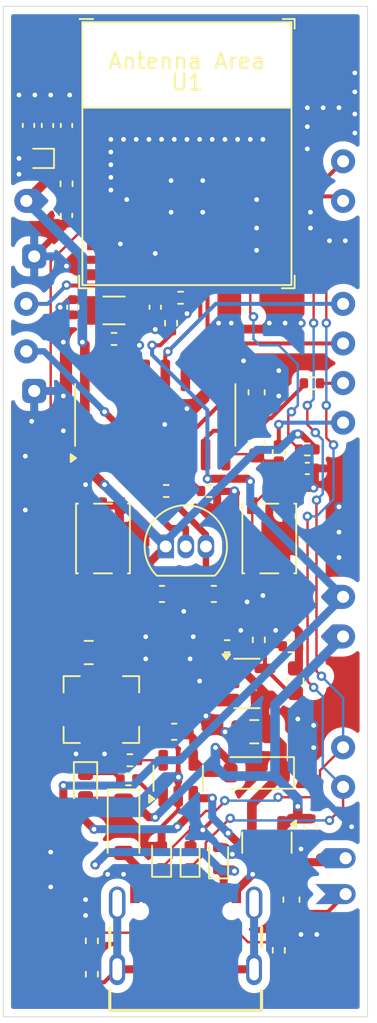
<source format=kicad_pcb>
(kicad_pcb (version 20241229) (generator "pcbnew") (generator_version "9.0")
  (layers (0 "F.Cu" signal) (2 "B.Cu" signal) (13 "F.Paste" user) (15 "B.Paste" user) (5 "F.SilkS" user "F.Silkscreen") (7 "B.SilkS" user "B.Silkscreen") (1 "F.Mask" user) (3 "B.Mask" user) (25 "Edge.Cuts" user))
  (net 0 "")
  (net 1 "GND")
  (net 2 "+3V3")
  (net 3 "CHIP_PU")
  (net 4 "VBUS")
  (net 5 "+BATT")
  (net 6 "IO0")
  (net 7 "IO1")
  (net 8 "E+")
  (net 9 "Net-(U3-VBG)")
  (net 10 "A-")
  (net 11 "Net-(U3-INA+)")
  (net 12 "IO9_BOOT")
  (net 13 "+5V")
  (net 14 "Net-(U6-FB)")
  (net 15 "Net-(D1-K)")
  (net 16 "USB_D-")
  (net 17 "Net-(D8-A)")
  (net 18 "USB_D+")
  (net 20 "Net-(J2-SHELL_GND-PadS1)")
  (net 22 "Net-(J2-CC1)")
  (net 23 "Net-(J2-CC2)")
  (net 24 "/Buck_Coil")
  (net 25 "Net-(Q1-B)")
  (net 26 "Net-(U2-PROG)")
  (net 27 "Net-(U2-STAT)")
  (net 28 "Net-(U3-VFB)")
  (net 29 "A+")
  (net 30 "IO1_ADC")
  (net 31 "ENABLE")
  (net 43 "IO20_RX")
  (net 48 "IO4_DATA")
  (net 51 "IO5_SCK")
  (net 53 "IO21_TX")
  (net 56 "unconnected-(U3-XO-Pad13)")
  (net 58 "Net-(U3-INA-)")
  (footprint "Resistor_SMD:R_0402_1005Metric" (layer "F.Cu") (at 148.69 70.2)
    (property "Reference" "R8" (hide yes))
    (property "Value" "100R 1%" (hide yes))
  )
  (footprint "Diode_SMD:D_SOD-523" (layer "F.Cu") (at 141 100.1 90)
    (property "Reference" "D10" (hide yes))
    (property "Value" "LESD5D5.0CT1G" (hide yes))
  )
  (footprint "Capacitor_SMD:C_0805_2012Metric" (layer "F.Cu") (at 134.6 87.2)
    (property "Reference" "C17" (hide yes))
    (property "Value" "10uF 16V" (hide yes))
  )
  (footprint "LED_SMD:LED_0603_1608Metric" (layer "F.Cu") (at 134.4 95.6 -90)
    (property "Reference" "D1" (hide yes))
    (property "Value" "LED" (hide yes))
  )
  (footprint "Capacitor_SMD:C_0402_1005Metric" (layer "F.Cu") (at 133.6 65.4 90)
    (property "Reference" "C7" (hide yes))
    (property "Value" "DNP" (hide yes))
  )
  (footprint "Diode_SMD:D_SOD-523" (layer "F.Cu") (at 142.8 100.2 90)
    (property "Reference" "D9" (hide yes))
    (property "Value" "LESD5D5.0CT1G" (hide yes))
  )
  (footprint "Package_TO_SOT_SMD:SOT-23-5" (layer "F.Cu") (at 144.5875 89.15)
    (property "Reference" "U6" (hide yes))
    (property "Value" "SY8088" (hide yes))
  )
  (footprint "Diode_SMD:D_SOD-523" (layer "F.Cu") (at 139.2 100.1 90)
    (property "Reference" "D7" (hide yes))
    (property "Value" "LESD5D5.0CT1G" (hide yes))
  )
  (footprint "Capacitor_SMD:C_0603_1608Metric" (layer "F.Cu") (at 147.65 88.975 -90)
    (property "Reference" "C16" (hide yes))
    (property "Value" "22pF 50V" (hide yes))
  )
  (footprint "Capacitor_SMD:C_0603_1608Metric" (layer "F.Cu") (at 142.5 83.5)
    (property "Reference" "C10" (hide yes))
    (property "Value" "10uF" (hide yes))
  )
  (footprint "Resistor_SMD:R_0402_1005Metric" (layer "F.Cu") (at 142.2 77)
    (property "Reference" "R6" (hide yes))
    (property "Value" "8k2R 1%" (hide yes))
  )
  (footprint "Capacitor_SMD:C_0603_1608Metric" (layer "F.Cu") (at 145.2 70.775 -90)
    (property "Reference" "C11" (hide yes))
    (property "Value" "0.1uF" (hide yes))
  )
  (footprint "Resistor_SMD:R_0402_1005Metric" (layer "F.Cu") (at 134.8 105.4 -90)
    (property "Reference" "R19" (hide yes))
    (property "Value" "5k1R 1%" (hide yes))
  )
  (footprint "Capacitor_SMD:C_0603_1608Metric" (layer "F.Cu") (at 145.2 73.975 90)
    (property "Reference" "C12" (hide yes))
    (property "Value" "0.1uF" (hide yes))
  )
  (footprint "Capacitor_SMD:C_0402_1005Metric" (layer "F.Cu") (at 133.2 59.6 -90)
    (property "Reference" "C3" (hide yes))
    (property "Value" "1uF 16V" (hide yes))
  )
  (footprint "Resistor_SMD:R_0402_1005Metric" (layer "F.Cu") (at 140.4 64.8)
    (property "Reference" "R11" (hide yes))
    (property "Value" "10kR 1%" (hide yes))
  )
  (footprint "Package_TO_SOT_SMD:SOT-23" (layer "F.Cu") (at 145.85 99.2 -90)
    (property "Reference" "Q2" (hide yes))
    (property "Value" "DMG3415U" (hide yes))
  )
  (footprint "Button_Switch_SMD:SW_SPST_PTS810" (layer "F.Cu") (at 146 80 90)
    (property "Reference" "SW2" (hide yes))
    (property "Value" "SW_Push" (hide yes))
  )
  (footprint "Capacitor_SMD:C_0402_1005Metric" (layer "F.Cu") (at 133.2 53.92 90)
    (property "Reference" "C1" (hide yes))
    (property "Value" "1uF 16V" (hide yes))
  )
  (footprint "Capacitor_SMD:C_0402_1005Metric" (layer "F.Cu") (at 130.8 53.92 90)
    (property "Reference" "C4" (hide yes))
    (property "Value" "10nF 10V" (hide yes))
  )
  (footprint "Resistor_SMD:R_0402_1005Metric" (layer "F.Cu") (at 147.36 86.8 180)
    (property "Reference" "R15" (hide yes))
    (property "Value" "100kR 1%" (hide yes))
  )
  (footprint "Diode_SMD:D_SOD-123" (layer "F.Cu") (at 145.2 94.8 180)
    (property "Reference" "D2" (hide yes))
    (property "Value" "B5819W" (hide yes))
  )
  (footprint "Package_TO_SOT_SMD:SOT-23-5" (layer "F.Cu") (at 140.25 95.1375 90)
    (property "Reference" "U2" (hide yes))
    (property "Value" "MCP73831T-2ACI/OT" (hide yes))
  )
  (footprint "Resistor_SMD:R_0402_1005Metric" (layer "F.Cu") (at 148.6 98.2 -90)
    (property "Reference" "R9" (hide yes))
    (property "Value" "100kR 1%" (hide yes))
  )
  (footprint "Resistor_SMD:R_0402_1005Metric" (layer "F.Cu") (at 148.4 74.375 180)
    (property "Reference" "R10" (hide yes))
    (property "Value" "10kR 1%" (hide yes))
  )
  (footprint "Resistor_SMD:R_0402_1005Metric" (layer "F.Cu") (at 146.6 106 -90)
    (property "Reference" "R18" (hide yes))
    (property "Value" "5k1R 1%" (hide yes))
  )
  (footprint "Resistor_SMD:R_0402_1005Metric" (layer "F.Cu") (at 134.8 107.51 90)
    (property "Reference" "R17" (hide yes))
    (property "Value" "0R 1%" (hide yes))
  )
  (footprint "PCM_Espressif:ESP32-C3-MINI-1" (layer "F.Cu") (at 140.8 55.7)
    (property "Reference" "U1")
    (property "Value" "ESP32-C3-MINI-1" (hide yes))
  )
  (footprint "Resistor_SMD:R_0402_1005Metric" (layer "F.Cu") (at 137.11 95.2 180)
    (property "Reference" "R3" (hide yes))
    (property "Value" "1kR 1%" (hide yes))
  )
  (footprint "Inductor_SMD:L_Bourns-SRN4018" (layer "F.Cu") (at 135.4 90.8 180)
    (property "Reference" "L1" (hide yes))
    (property "Value" "SPH4018H2R2MT (2.2uH 2.2A)" (hide yes))
  )
  (footprint "Capacitor_SMD:C_0402_1005Metric" (layer "F.Cu") (at 132 53.92 90)
    (property "Reference" "C2" (hide yes))
    (property "Value" "100nF 10V" (hide yes))
  )
  (footprint "Resistor_SMD:R_0402_1005Metric" (layer "F.Cu") (at 145.34 86.4 90)
    (property "Reference" "R16" (hide yes))
    (property "Value" "22k1R 1%" (hide yes))
  )
  (footprint "Package_TO_SOT_THT:TO-92_Inline" (layer "F.Cu") (at 139.46 80.5)
    (property "Reference" "Q1" (hide yes))
    (property "Value" "S8550" (hide yes))
  )
  (footprint "Resistor_SMD:R_0402_1005Metric" (layer "F.Cu") (at 139.8 66.4 90)
    (property "Reference" "R12" (hide yes))
    (property "Value" "33kR 1%" (hide yes))
  )
  (footprint "Capacitor_SMD:C_0402_1005Metric" (layer "F.Cu") (at 138.8 65.4 -90)
    (property "Reference" "C8" (hide yes))
    (property "Value" "DNP" (hide yes))
  )
  (footprint "Resistor_SMD:R_0402_1005Metric" (layer "F.Cu") (at 133.2 57.6 -90)
    (property "Reference" "R1" (hide yes))
    (property "Value" "10kR 1%" (hide yes))
  )
  (footprint "Resistor_SMD:R_0402_1005Metric" (layer "F.Cu") (at 143.34 86.8 180)
    (property "Reference" "R14" (hide yes))
    (property "Value" "10kR 1%" (hide yes))
  )
  (footprint "Crystal:Crystal_SMD_3215-2Pin_3.2x1.5mm" (layer "F.Cu") (at 136.2 65.6 180)
    (property "Reference" "Y1" (hide yes))
    (property "Value" "32.768Hz" (hide yes))
  )
  (footprint "Resistor_SMD:R_0402_1005Metric" (layer "F.Cu") (at 146.6 74.575 90)
    (property "Reference" "R7" (hide yes))
    (property "Value" "100R 1%" (hide yes))
  )
  (footprint "Capacitor_SMD:C_0603_1608Metric" (layer "F.Cu") (at 139.225 83.5)
    (property "Reference" "C9" (hide yes))
    (property "Value" "10uF" (hide yes))
  )
  (footprint "Capacitor_SMD:C_0603_1608Metric" (layer "F.Cu") (at 140 92.2)
    (property "Reference" "C5" (hide yes))
    (property "Value" "4.7uF 16V" (hide yes))
  )
  (footprint "Capacitor_SMD:C_0805_2012Metric" (layer "F.Cu") (at 145.05 92.2 180)
    (property "Reference" "C15" (hide yes))
    (property "Value" "10uF 16V" (hide yes))
  )
  (footprint "Capacitor_SMD:C_0603_1608Metric" (layer "F.Cu") (at 147.4 102.8 -90)
    (property "Reference" "C6" (hide yes))
    (property "Value" "4.7uF 16V" (hide yes))
  )
  (footprint "Diode_SMD:D_SOD-123" (layer "F.Cu") (at 136.8 98.2 -90)
    (property "Reference" "D8" (hide yes))
    (property "Value" "B5819W" (hide yes))
  )
  (footprint "Button_Switch_SMD:SW_SPST_PTS810" (layer "F.Cu") (at 135.5 80 90)
    (property "Reference" "SW1" (hide yes))
    (property "Value" "SW_Push" (hide yes))
  )
  (footprint "Capacitor_SMD:C_0402_1005Metric" (layer "F.Cu") (at 148.4 75.575 180)
    (property "Reference" "C14" (hide yes))
    (property "Value" "1nF 10V" (hide yes))
  )
  (footprint "Resistor_SMD:R_0402_1005Metric" (layer "F.Cu") (at 137.2 94)
    (property "Reference" "R2" (hide yes))
    (property "Value" "10kR 1%" (hide yes))
  )
  (footprint "Rust_Board:Rust_Board" (layer "F.Cu") (at 140.66 77.685)
    (property "Reference" "U4" (hide yes))
    (property "Value" "Rust_Board" (hide yes))
  )
  (footprint "Diode_SMD:D_SOD-882" (layer "F.Cu") (at 131.6 56 180)
    (property "Reference" "D3" (hide yes))
    (property "Value" "LESD8D3.3CAT5G" (hide yes))
  )
  (footprint "Resistor_SMD:R_0402_1005Metric" (layer "F.Cu") (at 139.49 77)
    (property "Reference" "R5" (hide yes))
    (property "Value" "12kR 1%" (hide yes))
  )
  (footprint "Package_SO:SOP-16_3.9x9.9mm_P1.27mm" (layer "F.Cu") (at 138.8 72.2 90)
    (property "Reference" "U3" (hide yes))
    (property "Value" "HX711" (hide yes))
  )
  (footprint "Resistor_SMD:R_0402_1005Metric" (layer "F.Cu") (at 136.2 67.4)
    (property "Reference" "R4" (hide yes))
    (property "Value" "DNP" (hide yes))
  )
  (footprint "Rust_Board:GCT_USB4105-GF-A" (layer "F.Cu") (at 140.72 107.2)
    (property "Reference" "J2" (hide yes))
    (property "Value" "USB4105-GF-A" (hide yes))
  )
  (gr_line (start 129.2 46.4) (end 129.2 110.2) (stroke (width 0.05)) (layer "Edge.Cuts"))
  (gr_line (start 152.2 46.4) (end 129.2 46.4) (stroke (width 0.05)) (layer "Edge.Cuts"))
  (gr_line (start 129.2 110.2) (end 152.2 110.2) (stroke (width 0.05)) (layer "Edge.Cuts"))
  (gr_line (start 152.2 110.2) (end 152.2 46.4) (stroke (width 0.05)) (layer "Edge.Cuts"))
  (segment (start 139.2 98.2) (end 139.8 97.6) (width 0.254) (layer "F.Cu") (net 1))
  (segment (start 137.6 62.592) (end 137.408 62.4) (width 0.508) (layer "F.Cu") (net 1))
  (segment (start 143.233682 99.5) (end 143.666841 99.933159) (width 0.508) (layer "F.Cu") (net 1))
  (segment (start 143.954 66.754) (end 145.645904 66.754) (width 0.508) (layer "F.Cu") (net 1))
  (segment (start 133.28 64.92) (end 132.8 65.4) (width 0.254) (layer "F.Cu") (net 1))
  (segment (start 133.6 64.92) (end 133.28 64.92) (width 0.254) (layer "F.Cu") (net 1))
  (segment (start 149.695 103.575) (end 147.4 103.575) (width 0.254) (layer "F.Cu") (net 1))
  (segment (start 139.4 72.8) (end 136.895 70.295) (width 0.4064) (layer "F.Cu") (net 1))
  (segment (start 138.8 66.778342) (end 138.789171 66.789171) (width 0.508) (layer "F.Cu") (net 1))
  (segment (start 133.2 60.08) (end 133.2 60.145) (width 0.4064) (layer "F.Cu") (net 1))
  (segment (start 148.88 76.72) (end 148.8 76.8) (width 0.4064) (layer "F.Cu") (net 1))
  (segment (start 140 83.5) (end 140 84) (width 0.6096) (layer "F.Cu") (net 1))
  (segment (start 131.25 56) (end 130.2 56) (width 0.4064) (layer "F.Cu") (net 1))
  (segment (start 143.211318 92.2) (end 143.205659 92.205659) (width 0.254) (layer "F.Cu") (net 1))
  (segment (start 131.16 70.685) (end 131.16 72.44) (width 0.4064) (layer "F.Cu") (net 1))
  (segment (start 136.69 94) (end 136 94) (width 0.4064) (layer "F.Cu") (net 1))
  (segment (start 133.2 53.44) (end 133.214318 53.44) (width 0.254) (layer "F.Cu") (net 1))
  (segment (start 136.895 69.7) (end 136.895 68.705) (width 0.4064) (layer "F.Cu") (net 1))
  (segment (start 140.25 96.275) (end 140.25 95.083682) (width 0.254) (layer "F.Cu") (net 1))
  (segment (start 138.8 65.88) (end 138.8 66.778342) (width 0.508) (layer "F.Cu") (net 1))
  (segment (start 145.6 53.5) (end 145.6 54.8) (width 0.508) (layer "F.Cu") (net 1))
  (segment (start 139.8 97.6) (end 140.25 97.15) (width 0.254) (layer "F.Cu") (net 1))
  (segment (start 143.92 102.445) (end 143.92 102.230485) (width 0.508) (layer "F.Cu") (net 1))
  (segment (start 141.975 69.7) (end 143.245 69.7) (width 0.4064) (layer "F.Cu") (net 1))
  (segment (start 131.16 72.44) (end 131 72.6) (width 0.4064) (layer "F.Cu") (net 1))
  (segment (start 140.25 97.15) (end 140.25 96.275) (width 0.254) (layer "F.Cu") (net 1))
  (segment (start 143.205659 92.205659) (end 143.005659 92.205659) (width 0.254) (layer "F.Cu") (net 1))
  (segment (start 148.6 99) (end 148 99.6) (width 0.4064) (layer "F.Cu") (net 1))
  (segment (start 133.6 62.4) (end 133.2 62.8) (width 0.508) (layer "F.Cu") (net 1))
  (segment (start 137.408 62.4) (end 134.9 62.4) (width 0.508) (layer "F.Cu") (net 1))
  (segment (start 140 84) (end 140.6 84.6) (width 0.6096) (layer "F.Cu") (net 1))
  (segment (start 137.52 101.92) (end 136.8 101.2) (width 0.254) (layer "F.Cu") (net 1))
  (segment (start 142.71 77) (end 143.8 77) (width 0.4064) (layer "F.Cu") (net 1))
  (segment (start 144.1 92.2) (end 143.211318 92.2) (width 0.254) (layer "F.Cu") (net 1))
  (segment (start 137.6 63.3) (end 137.6 62.592) (width 0.508) (layer "F.Cu") (net 1))
  (segment (start 145.999906 66.4) (end 145.999905 66.399999) (width 0.508) (layer "F.Cu") (net 1))
  (segment (start 142.8 99.5) (end 143.233682 99.5) (width 0.508) (layer "F.Cu") (net 1))
  (segment (start 140.8 65.8) (end 140.8 64.91) (width 0.6096) (layer "F.Cu") (net 1))
  (segment (start 141.75 89.15) (end 141.6 89) (width 0.254) (layer "F.Cu") (net 1))
  (segment (start 134.9 62.4) (end 133.6 62.4) (width 0.508) (layer "F.Cu") (net 1))
  (segment (start 143.245 69.7) (end 144.9 69.7) (width 0.508) (layer "F.Cu") (net 1))
  (segment (start 136.895 68.705) (end 137.8 67.8) (width 0.4064) (layer "F.Cu") (net 1))
  (segment (start 141.975 70.625) (end 140.8 71.8) (width 0.4064) (layer "F.Cu") (net 1))
  (segment (start 137.52 102.445) (end 137.52 101.92) (width 0.254) (layer "F.Cu") (net 1))
  (segment (start 143.6 66.4) (end 143.954 66.754) (width 0.508) (layer "F.Cu") (net 1))
  (segment (start 134.174318 54.4) (end 134.9 54.4) (width 0.254) (layer "F.Cu") (net 1))
  (segment (start 139.505 74.9) (end 139.505 73.900001) (width 0.1524) (layer "F.Cu") (net 1))
  (segment (start 133.214318 53.44) (end 134.174318 54.4) (width 0.254) (layer "F.Cu") (net 1))
  (segment (start 145.645904 66.754) (end 145.999905 66.399999) (width 0.508) (layer "F.Cu") (net 1))
  (segment (start 134.9 54.4) (end 134.9 55.2) (width 0.254) (layer "F.Cu") (net 1))
  (segment (start 143.005659 92.205659) (end 142 91.2) (width 0.254) (layer "F.Cu") (net 1))
  (segment (start 136 94) (end 135.6 93.6) (width 0.4064) (layer "F.Cu") (net 1))
  (segment (start 139.435 74.7) (end 139.435 72.835) (width 0.4064) (layer "F.Cu") (net 1))
  (segment (start 141 99.4) (end 141 99.2) (width 0.254) (layer "F.Cu") (net 1))
  (segment (start 136.895 70.295) (end 136.895 69.7) (width 0.4064) (layer "F.Cu") (net 1))
  (segment (start 141.975 69.7) (end 141.975 70.625) (width 0.4064) (layer "F.Cu") (net 1))
  (segment (start 140.266841 93.241841) (end 140.266841 95.066841) (width 0.254) (layer "F.Cu") (net 1))
  (segment (start 150.82 102.45) (end 149.695 103.575) (width 0.254) (layer "F.Cu") (net 1))
  (segment (start 143.45 89.15) (end 141.75 89.15) (width 0.254) (layer "F.Cu") (net 1))
  (segment (start 148.88 75.575) (end 148.88 76.72) (width 0.4064) (layer "F.Cu") (net 1))
  (segment (start 143.6 66.4) (end 142.8 66.4) (width 0.508) (layer "F.Cu") (net 1))
  (segment (start 147.075 77.925) (end 148.2 76.8) (width 0.508) (layer "F.Cu") (net 1))
  (segment (start 133.2 60.145) (end 131.16 62.185) (width 0.4064) (layer "F.Cu") (net 1))
  (segment (start 139.435 72.835) (end 139.4 72.8) (width 0.4064) (layer "F.Cu") (net 1))
  (segment (start 148.6 98.71) (end 148.6 99) (width 0.4064) (layer "F.Cu") (net 1))
  (segment (start 141 99.2) (end 141.8 98.4) (width 0.254) (layer "F.Cu") (net 1))
  (segment (start 139.2 99.4) (end 139.2 98.2) (width 0.254) (layer "F.Cu") (net 1))
  (segment (start 148.2 76.8) (end 148.8 76.8) (width 0.508) (layer "F.Cu") (net 1))
  (segment (start 140.25 95.083682) (end 140.266841 95.066841) (width 0.254) (layer "F.Cu") (net 1))
  (segment (start 145 101.2) (end 144.950485 101.2) (width 0.508) (layer "F.Cu") (net 1))
  (segment (start 148 66.4) (end 145.999906 66.4) (width 0.508) (layer "F.Cu") (net 1))
  (segment (start 144.9 69.7) (end 145.2 70) (width 0.508) (layer "F.Cu") (net 1))
  (segment (start 140.8 64.91) (end 140.91 64.8) (width 0.6096) (layer "F.Cu") (net 1))
  (segment (start 143.92 102.230485) (end 144.950485 101.2) (width 0.508) (layer "F.Cu") (net 1))
  (segment (start 139.225 92.2) (end 140.266841 93.241841) (width 0.254) (layer "F.Cu") (net 1))
  (via (at 151.4 53.2) (size 0.6) (drill 0.3) (layers "F.Cu" "B.Cu") (net 1))
  (via (at 137.6 54.8) (size 0.6) (drill 0.3) (layers "F.Cu" "B.Cu") (net 1))
  (via (at 149 105) (size 0.6) (drill 0.3) (layers "F.Cu" "B.Cu") (net 1))
  (via (at 130.6 74.8) (size 0.6) (drill 0.3) (layers "F.Cu" "B.Cu") (net 1))
  (via (at 148.4 55.4) (size 0.6) (drill 0.3) (layers "F.Cu" "B.Cu") (net 1))
  (via (at 132.2 99.8) (size 0.6) (drill 0.3) (layers "F.Cu" "B.Cu") (net 1))
  (via (at 148.8 93.2) (size 0.6) (drill 0.3) (layers "F.Cu" "B.Cu") (net 1))
  (via (at 151.4 50.6) (size 0.6) (drill 0.3) (layers "F.Cu" "B.Cu") (net 1))
  (via (at 146.4 85.8) (size 0.6) (drill 0.3) (layers "F.Cu" "B.Cu") (net 1))
  (via (at 143.2 54.8) (size 0.6) (drill 0.3) (layers "F.Cu" "B.Cu") (net 1))
  (via (at 143.8 77) (size 0.6) (drill 0.3) (layers "F.Cu" "B.Cu") (net 1))
  (via (at 147.8 91.4) (size 0.6) (drill 0.3) (layers "F.Cu" "B.Cu") (net 1))
  (via (at 141.8 98.4) (size 0.6) (drill 0.3) (layers "F.Cu" "B.Cu") (net 1))
  (via (at 139.8 59.4) (size 0.6) (drill 0.3) (layers "F.Cu" "B.Cu") (net 1))
  (via (at 140 54.8) (size 0.6) (drill 0.3) (layers "F.Cu" "B.Cu") (net 1))
  (via (at 150.4 52.8) (size 0.6) (drill 0.3) (layers "F.Cu" "B.Cu") (net 1))
  (via (at 130.6 78.2) (size 0.6) (drill 0.3) (layers "F.Cu" "B.Cu") (net 1))
  (via (at 148.8 91.8) (size 0.6) (drill 0.3) (layers "F.Cu" "B.Cu") (net 1))
  (via (at 138.8 62) (size 0.6) (drill 0.3) (layers "F.Cu" "B.Cu") (net 1))
  (via (at 132.2 52) (size 0.6) (drill 0.3) (layers "F.Cu" "B.Cu") (net 1))
  (via (at 145.999905 66.399999) (size 0.6) (drill 0.3) (layers "F.Cu" "B.Cu") (net 1))
  (via (at 141.8 57.4) (size 0.6) (drill 0.3) (layers "F.Cu" "B.Cu") (net 1))
  (via (at 148 105) (size 0.6) (drill 0.3) (layers "F.Cu" "B.Cu") (net 1))
  (via (at 140.266841 95.066841) (size 0.6) (drill 0.3) (layers "F.Cu" "B.Cu") (net 1))
  (via (at 151.4 54.4) (size 0.6) (drill 0.3) (layers "F.Cu" "B.Cu") (net 1))
  (via (at 145.2 60.4) (size 0.6) (drill 0.3) (layers "F.Cu" "B.Cu") (net 1))
  (via (at 137.8 67.8) (size 0.6) (drill 0.3) (layers "F.Cu" "B.Cu") (net 1))
  (via (at 138.2 87.6) (size 0.6) (drill 0.3) (layers "F.Cu" "B.Cu") (net 1))
  (via (at 139.8 57.4) (size 0.6) (drill 0.3) (layers "F.Cu" "B.Cu") (net 1))
  (via (at 138.4 54.8) (size 0.6) (drill 0.3) (layers "F.Cu" "B.Cu") (net 1))
  (via (at 136 54.8) (size 0.6) (drill 0.3) (layers "F.Cu" "B.Cu") (net 1))
  (via (at 136 58) (size 0.6) (drill 0.3) (layers "F.Cu" "B.Cu") (net 1))
  (via (at 148.8 76.8) (size 0.6) (drill 0.3) (layers "F.Cu" "B.Cu") (net 1))
  (via (at 142.8 66.4) (size 0.6) (drill 0.3) (layers "F.Cu" "B.Cu") (net 1))
  (via (at 140.6 84.6) (size 0.6) (drill 0.3) (layers "F.Cu" "B.Cu") (net 1))
  (via (at 142.4 54.8) (size 0.6) (drill 0.3) (layers "F.Cu" "B.Cu") (net 1))
  (via (at 148.4 52.8) (size 0.6) (drill 0.3) (layers "F.Cu" "B.Cu") (net 1))
  (via (at 151.4 51.8) (size 0.6) (drill 0.3) (layers "F.Cu" "B.Cu") (net 1))
  (via (at 145.2 61.8) (size 0.6) (drill 0.3) (layers "F.Cu" "B.Cu") (net 1))
  (via (at 131.2 52) (size 0.6) (drill 0.3) (layers "F.Cu" "B.Cu") (net 1))
  (via (at 143.6 66.4) (size 0.6) (drill 0.3) (layers "F.Cu" "B.Cu") (net 1))
  (via (at 148 99.6) (size 0.6) (drill 0.3) (layers "F.Cu" "B.Cu") (net 1))
  (via (at 133.8 93.6) (size 0.6) (drill 0.3) (layers "F.Cu" "B.Cu") (net 1))
  (via (at 146.6 71) (size 0.6) (drill 0.3) (layers "F.Cu" "B.Cu") (net 1))
  (via (at 151.2 98.2) (size 0.6) (drill 0.3) (layers "F.Cu" "B.Cu") (net 1))
  (via (at 145.6 54.8) (size 0.6) (drill 0.3) (layers "F.Cu" "B.Cu") (net 1))
  (via (at 144.6 84) (size 0.6) (drill 0.3) (layers "F.Cu" "B.Cu") (net 1))
  (via (at 141.6 89) (size 0.6) (drill 0.3) (layers "F.Cu" "B.Cu") (net 1))
  (via (at 136.6 61.4) (size 0.6) (drill 0.3) (layers "F.Cu" "B.Cu") (net 1))
  (via (at 133 67.6) (size 0.6) (drill 0.3) (layers "F.Cu" "B.Cu") (net 1))
  (via (at 132.2 102) (size 0.6) (drill 0.3) (layers "F.Cu" "B.Cu") (net 1))
  (via (at 140.8 54.8) (size 0.6) (drill 0.3) (layers "F.Cu" "B.Cu") (net 1))
  (via (at 139.4 72.8) (size 0.6) (drill 0.3) (layers "F.Cu" "B.Cu") (net 1))
  (via (at 150.4 79.6) (size 0.6) (drill 0.3) (layers "F.Cu" "B.Cu") (net 1))
  (via (at 143.666841 99.933159) (size 0.6) (drill 0.3) (layers "F.Cu" "B.Cu") (net 1))
  (via (at 141.8 59.4) (size 0.6) (drill 0.3) (layers "F.Cu" "B.Cu") (net 1))
  (via (at 146.6 69.4) (size 0.6) (drill 0.3) (layers "F.Cu" "B.Cu") (net 1))
  (via (at 130.2 57) (size 0.6) (drill 0.3) (layers "F.Cu" "B.Cu") (net 1))
  (via (at 134.4 102.8) (size 0.6) (drill 0.3) (layers "F.Cu" "B.Cu") (net 1))
  (via (at 133 71) (size 0.6) (drill 0.3) (layers "F.Cu" "B.Cu") (net 1))
  (via (at 130.2 52) (size 0.6) (drill 0.3) (layers "F.Cu" "B.Cu") (net 1))
  (via (at 142 91.2) (size 0.6) (drill 0.3) (layers "F.Cu" "B.Cu") (net 1))
  (via (at 131 72.6) (size 0.6) (drill 0.3) (layers "F.Cu" "B.Cu") (net 1))
  (via (at 139.2 54.8) (size 0.6) (drill 0.3) (layers "F.Cu" "B.Cu") (net 1))
  (via (at 136.8 54.8) (size 0.6) (drill 0.3) (layers "F.Cu" "B.Cu") (net 1))
  (via (at 134.4 103.8) (size 0.6) (drill 0.3) (layers "F.Cu" "B.Cu") (net 1))
  (via (at 135.6 93.6) (size 0.6) (drill 0.3) (layers "F.Cu" "B.Cu") (net 1))
  (via (at 150.8 61.2) (size 0.6) (drill 0.3) (layers "F.Cu" "B.Cu") (net 1))
  (via (at 141 87.6) (size 0.6) (drill 0.3) (layers "F.Cu" "B.Cu") (net 1))
  (via (at 140.8 65.8) (size 0.6) (drill 0.3) (layers "F.Cu" "B.Cu") (net 1))
  (via (at 141.6 54.8) (size 0.6) (drill 0.3) (layers "F.Cu" "B.Cu") (net 1))
  (via (at 145.2 58.6) (size 0.6) (drill 0.3) (layers "F.Cu" "B.Cu") (net 1))
  (via (at 144.8 54.8) (size 0.6) (drill 0.3) (layers "F.Cu" "B.Cu") (net 1))
  (via (at 144.2 85.8) (size 0.6) (drill 0.3) (layers "F.Cu" "B.Cu") (net 1))
  (via (at 148 66.4) (size 0.6) (drill 0.3) (layers "F.Cu" "B.Cu") (net 1))
  (via (at 149.8 61.2) (size 0.6) (drill 0.3) (layers "F.Cu" "B.Cu") (net 1))
  (via (at 136 56.4) (size 0.6) (drill 0.3) (layers "F.Cu" "B.Cu") (net 1))
  (via (at 138.8 66.8) (size 0.6) (drill 0.3) (layers "F.Cu" "B.Cu") (net 1))
  (via (at 136.8 101.2) (size 0.6) (drill 0.3) (layers "F.Cu" "B.Cu") (net 1))
  (via (at 133.4 52) (size 0.6) (drill 0.3) (layers "F.Cu" "B.Cu") (net 1))
  (via (at 133 73.2) (size 0.6) (drill 0.3) (layers "F.Cu" "B.Cu") (net 1))
  (via (at 150.4 78) (size 0.6) (drill 0.3) (layers "F.Cu" "B.Cu") (net 1))
  (via (at 148.6 59.4) (size 0.6) (drill 0.3) (layers "F.Cu" "B.Cu") (net 1))
  (via (at 145.6 83.6) (size 0.6) (drill 0.3) (layers "F.Cu" "B.Cu") (net 1))
  (via (at 136 57.2) (size 0.6) (drill 0.3) (layers "F.Cu" "B.Cu") (net 1))
  (via (at 137 58.6) (size 0.6) (drill 0.3) (layers "F.Cu" "B.Cu") (net 1))
  (via (at 133.2 62.8) (size 0.6) (drill 0.3) (layers "F.Cu" "B.Cu") (net 1))
  (via (at 143.205659 92.205659) (size 0.6) (drill 0.3) (layers "F.Cu" "B.Cu") (net 1))
  (via (at 144 54.8) (size 0.6) (drill 0.3) (layers "F.Cu" "B.Cu") (net 1))
  (via (at 141.2 86.2) (size 0.6) (drill 0.3) (layers "F.Cu" "B.Cu") (net 1))
  (via (at 138.2 86.2) (size 0.6) (drill 0.3) (layers "F.Cu" "B.Cu") (net 1))
  (via (at 134.4 76.6) (size 0.6) (drill 0.3) (layers "F.Cu" "B.Cu") (net 1))
  (via (at 140.8 71.8) (size 0.6) (drill 0.3) (layers "F.Cu" "B.Cu") (net 1))
  (via (at 148.6 60.4) (size 0.6) (drill 0.3) (layers "F.Cu" "B.Cu") (net 1))
  (via (at 148.4 54) (size 0.6) (drill 0.3) (layers "F.Cu" "B.Cu") (net 1))
  (via (at 149.4 52.8) (size 0.6) (drill 0.3) (layers "F.Cu" "B.Cu") (net 1))
  (via (at 144.376651 68.780533) (size 0.6) (drill 0.3) (layers "F.Cu" "B.Cu") (net 1))
  (via (at 150.4 81.2) (size 0.6) (drill 0.3) (layers "F.Cu" "B.Cu") (net 1))
  (via (at 136 55.6) (size 0.6) (drill 0.3) (layers "F.Cu" "B.Cu") (net 1))
  (via (at 132.8 65.4) (size 0.6) (drill 0.3) (layers "F.Cu" "B.Cu") (net 1))
  (via (at 135.8 101.2) (size 0.6) (drill 0.3) (layers "F.Cu" "B.Cu") (net 1))
  (via (at 130.2 56) (size 0.6) (drill 0.3) (layers "F.Cu" "B.Cu") (net 1))
  (via (at 144.950485 101.2) (size 0.6) (drill 0.3) (layers "F.Cu" "B.Cu") (net 1))
  (via (at 147 66.4) (size 0.6) (drill 0.3) (layers "F.Cu" "B.Cu") (net 1))
  (segment (start 148.8 95.8) (end 148.8 93.2) (width 0.4064) (layer "B.Cu") (net 1))
  (segment (start 148.2 91.8) (end 147.8 91.4) (width 0.4064) (layer "B.Cu") (net 1))
  (segment (start 148.8 93.2) (end 148.8 91.8) (width 0.4064) (layer "B.Cu") (net 1))
  (segment (start 151.2 98.2) (end 148.8 95.8) (width 0.4064) (layer "B.Cu") (net 1))
  (segment (start 148.8 91.8) (end 148.2 91.8) (width 0.4064) (layer "B.Cu") (net 1))
  (segment (start 138.45 83.5) (end 138.45 81.51) (width 0.508) (layer "F.Cu") (net 2))
  (segment (start 147.87 86.8) (end 147.87 87.98) (width 0.508) (layer "F.Cu") (net 2))
  (segment (start 147.87 85.87) (end 147.87 86.8) (width 0.508) (layer "F.Cu") (net 2))
  (segment (start 132 55.95) (end 131.95 56) (width 0.508) (layer "F.Cu") (net 2))
  (segment (start 133.65 87.2) (end 133.65 90.575) (width 0.508) (layer "F.Cu") (net 2))
  (segment (start 148.91 74.375) (end 148.91 74.310128) (width 0.4064) (layer "F.Cu") (net 2))
  (segment (start 132.49 57.09) (end 131.95 56.55) (width 0.508) (layer "F.Cu") (net 2))
  (segment (start 132.255 57.09) (end 133.2 57.09) (width 0.6096) (layer "F.Cu") (net 2))
  (segment (start 133.65 87.2) (end 133.8 87.2) (width 0.508) (layer "F.Cu") (net 2))
  (segment (start 138.45 81.51) (end 139.46 80.5) (width 0.508) (layer "F.Cu") (net 2))
  (segment (start 130.8 54.4) (end 133.2 54.4) (width 0.1524) (layer "F.Cu") (net 2))
  (segment (start 134.355 69.7) (end 134.355 74.7) (width 0.6096) (layer "F.Cu") (net 2))
  (segment (start 148.91 74.310128) (end 147.999872 73.4) (width 0.4064) (layer "F.Cu") (net 2))
  (segment (start 147.87 87.98) (end 147.65 88.2) (width 0.508) (layer "F.Cu") (net 2))
  (segment (start 134.355 69.7) (end 134.355 67.755) (width 0.6096) (layer "F.Cu") (net 2))
  (segment (start 134.9 56) (end 131.95 56) (width 0.4064) (layer "F.Cu") (net 2))
  (segment (start 147 85) (end 147.87 85.87) (width 0.508) (layer "F.Cu") (net 2))
  (segment (start 147.999872 73.4) (end 147.8 73.4) (width 0.4064) (layer "F.Cu") (net 2))
  (segment (start 133.2 57.09) (end 132.49 57.09) (width 0.508) (layer "F.Cu") (net 2))
  (segment (start 134.355 75.41684) (end 135.53816 76.6) (width 0.6096) (layer "F.Cu") (net 2))
  (segment (start 135.53816 76.6) (end 135.6 76.6) (width 0.6096) (layer "F.Cu") (net 2))
  (segment (start 139.446 85.446) (end 143.354 85.446) (width 0.508) (layer "F.Cu") (net 2))
  (segment (start 133.65 90.575) (end 133.875 90.8) (width 0.508) (layer "F.Cu") (net 2))
  (segment (start 143.354 85.446) (end 143.8 85) (width 0.508) (layer "F.Cu") (net 2))
  (segment (start 138.45 84.45) (end 139.446 85.446) (width 0.508) (layer "F.Cu") (net 2))
  (segment (start 134.355 74.7) (end 134.355 75.41684) (width 0.6096) (layer "F.Cu") (net 2))
  (segment (start 131.95 56.55) (end 131.95 56) (width 0.508) (layer "F.Cu") (net 2))
  (segment (start 143.8 85) (end 147 85) (width 0.508) (layer "F.Cu") (net 2))
  (segment (start 130.66 58.685) (end 132.255 57.09) (width 0.6096) (layer "F.Cu") (net 2))
  (segment (start 138.45 83.5) (end 138.45 84.45) (width 0.508) (layer "F.Cu") (net 2))
  (segment (start 134.355 69.7) (end 135.625 69.7) (width 0.6096) (layer "F.Cu") (net 2))
  (segment (start 137.5 83.5) (end 138.45 83.5) (width 0.508) (layer "F.Cu") (net 2))
  (segment (start 134.355 67.755) (end 134.2 67.6) (width 0.6096) (layer "F.Cu") (net 2))
  (segment (start 133.8 87.2) (end 137.5 83.5) (width 0.508) (layer "F.Cu") (net 2))
  (segment (start 132 54.4) (end 132 55.95) (width 0.508) (layer "F.Cu") (net 2))
  (via (at 147.8 73.4) (size 0.6) (drill 0.3) (layers "F.Cu" "B.Cu") (net 2))
  (via (at 134.2 67.6) (size 0.6) (drill 0.3) (layers "F.Cu" "B.Cu") (net 2))
  (via (at 135.6 76.6) (size 0.6) (drill 0.3) (layers "F.Cu" "B.Cu") (net 2))
  (segment (start 146.6 74.4) (end 147.6 73.4) (width 0.508) (layer "B.Cu") (net 2))
  (segment (start 134.2 62.225) (end 130.66 58.685) (width 0.6096) (layer "B.Cu") (net 2))
  (segment (start 146.6 74.4) (end 145.220485 74.4) (width 0.508) (layer "B.Cu") (net 2))
  (segment (start 135.6 76.6) (end 135.6 76.64) (width 0.6096) (layer "B.Cu") (net 2))
  (segment (start 139.46 80.160485) (end 139.46 80.5) (width 0.508) (layer "B.Cu") (net 2))
  (segment (start 147.6 73.4) (end 147.8 73.4) (width 0.508) (layer "B.Cu") (net 2))
  (segment (start 139.366318 80.5) (end 139.46 80.5) (width 0.508) (layer "B.Cu") (net 2))
  (segment (start 134.2 67.6) (end 134.2 62.225) (width 0.6096) (layer "B.Cu") (net 2))
  (segment (start 145.220485 74.4) (end 139.46 80.160485) (width 0.508) (layer "B.Cu") (net 2))
  (segment (start 135.6 76.64) (end 139.46 80.5) (width 0.6096) (layer "B.Cu") (net 2))
  (segment (start 132.2 62.5) (end 132.2 76.4) (width 0.1524) (layer "F.Cu") (net 3))
  (segment (start 133.725 77.925) (end 134.425 77.925) (width 0.1524) (layer "F.Cu") (net 3))
  (segment (start 134.425 82.075) (end 134.425 77.925) (width 0.1524) (layer "F.Cu") (net 3))
  (segment (start 132.2 76.4) (end 133.725 77.925) (width 0.1524) (layer "F.Cu") (net 3))
  (segment (start 133.72 59.12) (end 134.6 60) (width 0.1524) (layer "F.Cu") (net 3))
  (segment (start 133.2 59.12) (end 133.72 59.12) (width 0.1524) (layer "F.Cu") (net 3))
  (segment (start 134.7 60) (end 132.2 62.5) (width 0.1524) (layer "F.Cu") (net 3))
  (segment (start 134.9 60) (end 134.7 60) (width 0.1524) (layer "F.Cu") (net 3))
  (segment (start 134.6 60) (end 134.9 60) (width 0.1524) (layer "F.Cu") (net 3))
  (segment (start 133.2 59.12) (end 133.2 58.11) (width 0.1524) (layer "F.Cu") (net 3))
  (segment (start 138.4 97.6) (end 137.35 96.55) (width 0.508) (layer "F.Cu") (net 4))
  (segment (start 147.3725 97.69) (end 147.8 97.69) (width 0.6096) (layer "F.Cu") (net 4))
  (segment (start 143.55 94.8) (end 143.55 94.15) (width 0.508) (layer "F.Cu") (net 4))
  (segment (start 147.8 97.69) (end 147.8 96.915358) (width 0.6096) (layer "F.Cu") (net 4))
  (segment (start 143.55 94.15) (end 142.6 93.2) (width 0.508) (layer "F.Cu") (net 4))
  (segment (start 141.2 94) (end 141.2 92.625) (width 0.508) (layer "F.Cu") (net 4))
  (segment (start 147.8 97.69) (end 148.6 97.69) (width 0.6096) (layer "F.Cu") (net 4))
  (segment (start 138.8 97.6) (end 138.4 97.6) (width 0.508) (layer "F.Cu") (net 4))
  (segment (start 137.35 96.55) (end 136.8 96.55) (width 0.508) (layer "F.Cu") (net 4))
  (segment (start 142 94.8) (end 141.2 94) (width 0.508) (layer "F.Cu") (net 4))
  (segment (start 136.8 96.55) (end 134.5625 96.55) (width 0.508) (layer "F.Cu") (net 4))
  (segment (start 141.2 92.625) (end 140.775 92.2) (width 0.508) (layer "F.Cu") (net 4))
  (segment (start 146.8 98.2625) (end 147.3725 97.69) (width 0.6096) (layer "F.Cu") (net 4))
  (segment (start 143.375 94.8) (end 142 94.8) (width 0.508) (layer "F.Cu") (net 4))
  (segment (start 134.5625 96.55) (end 134.4 96.3875) (width 0.508) (layer "F.Cu") (net 4))
  (via (at 142.6 93.2) (size 0.6) (drill 0.3) (layers "F.Cu" "B.Cu") (net 4))
  (via (at 138.8 97.6) (size 0.6) (drill 0.3) (layers "F.Cu" "B.Cu") (net 4))
  (via (at 147.8 96.915358) (size 0.6) (drill 0.3) (layers "F.Cu" "B.Cu") (net 4))
  (segment (start 142.6 93.8) (end 142.6 93.4) (width 0.508) (layer "B.Cu") (net 4))
  (segment (start 147.8 96.439959) (end 146.360041 95) (width 0.6096) (layer "B.Cu") (net 4))
  (segment (start 142 94.4) (end 142.6 93.8) (width 0.508) (layer "B.Cu") (net 4))
  (segment (start 143.2 95) (end 142.6 94.4) (width 0.6096) (layer "B.Cu") (net 4))
  (segment (start 142.6 94.4) (end 142.6 93.4) (width 0.6096) (layer "B.Cu") (net 4))
  (segment (start 146.360041 95) (end 143.2 95) (width 0.6096) (layer "B.Cu") (net 4))
  (segment (start 146.360041 95) (end 146.360041 90.484959) (width 0.6096) (layer "B.Cu") (net 4))
  (segment (start 147.8 96.915358) (end 147.8 96.439959) (width 0.6096) (layer "B.Cu") (net 4))
  (segment (start 146.360041 90.484959) (end 150.66 86.185) (width 0.6096) (layer "B.Cu") (net 4))
  (segment (start 138.8 97.6) (end 142 94.4) (width 0.508) (layer "B.Cu") (net 4))
  (segment (start 142 94.4) (end 142.6 94.4) (width 0.508) (layer "B.Cu") (net 4))
  (segment (start 142.6 93.4) (end 142.6 93.2) (width 0.6096) (layer "B.Cu") (net 4))
  (segment (start 144.9375 100.1375) (end 143.4 98.6) (width 0.508) (layer "F.Cu") (net 5))
  (segment (start 142.4 96.4) (end 141.325 96.4) (width 0.508) (layer "F.Cu") (net 5))
  (segment (start 146.875 101.0375) (end 146.8375 101) (width 0.4064) (layer "F.Cu") (net 5))
  (segment (start 147.4 101.4) (end 147.4 101.0375) (width 0.4064) (layer "F.Cu") (net 5))
  (segment (start 146.15 100.4375) (end 146.8 100.4375) (width 0.508) (layer "F.Cu") (net 5))
  (segment (start 147.4 101.0375) (end 146.875 101.0375) (width 0.4064) (layer "F.Cu") (net 5))
  (segment (start 147.4 102.025) (end 147.4 101.6875) (width 0.4064) (layer "F.Cu") (net 5))
  (segment (start 148.0375 101) (end 148.6 100.4375) (width 0.4064) (layer "F.Cu") (net 5))
  (segment (start 145.85 100.1375) (end 144.9375 100.1375) (width 0.508) (layer "F.Cu") (net 5))
  (segment (start 139.113288 67.8) (end 139.8 67.113288) (width 0.254) (layer "F.Cu") (net 5))
  (segment (start 148 101) (end 148 100.4375) (width 0.4064) (layer "F.Cu") (net 5))
  (segment (start 148 101) (end 148.0375 101) (width 0.4064) (layer "F.Cu") (net 5))
  (segment (start 141.2 97.2) (end 140.2 98.2) (width 0.508) (layer "F.Cu") (net 5))
  (segment (start 147.4 101.6875) (end 146.75625 101.04375) (width 0.4064) (layer "F.Cu") (net 5))
  (segment (start 146.8 100.4375) (end 147.4 100.4375) (width 0.508) (layer "F.Cu") (net 5))
  (segment (start 146.75625 101.04375) (end 145.85 100.1375) (width 0.4064) (layer "F.Cu") (net 5))
  (segment (start 134.934026 98.354) (end 133.190013 96.609987) (width 0.508) (layer "F.Cu") (net 5))
  (segment (start 141.2 96.275) (end 141.2 97.2) (width 0.508) (layer "F.Cu") (net 5))
  (segment (start 149.24 100.185) (end 150.82 100.185) (width 0.6096) (layer "F.Cu") (net 5))
  (segment (start 147.4 101.4) (end 147.6 101.4) (width 0.4064) (layer "F.Cu") (net 5))
  (segment (start 139.8 67.113288) (end 139.8 66.91) (width 0.254) (layer "F.Cu") (net 5))
  (segment (start 147.4 102.025) (end 147.4 101.4) (width 0.4064) (layer "F.Cu") (net 5))
  (segment (start 146.8 101) (end 146.8375 101) (width 0.4064) (layer "F.Cu") (net 5))
  (segment (start 147.4 101.0375) (end 148 100.4375) (width 0.4064) (layer "F.Cu") (net 5))
  (segment (start 142.103983 76.226) (end 142.093277 76.236706) (width 0.508) (layer "F.Cu") (net 5))
  (segment (start 146.8375 101) (end 147.4 100.4375) (width 0.4064) (layer "F.Cu") (net 5))
  (segment (start 146.8 101) (end 146.8 100.4375) (width 0.4064) (layer "F.Cu") (net 5))
  (segment (start 145.85 100.1375) (end 146.15 100.4375) (width 0.508) (layer "F.Cu") (net 5))
  (segment (start 138.6 67.8) (end 139.113288 67.8) (width 0.254) (layer "F.Cu") (net 5))
  (segment (start 133.190013 96.609987) (end 133 96.419974) (width 0.508) (layer "F.Cu") (net 5))
  (segment (start 148.6 100.4375) (end 150.5675 100.4375) (width 0.508) (layer "F.Cu") (net 5))
  (segment (start 144.8 76.4) (end 144.626 76.226) (width 0.508) (layer "F.Cu") (net 5))
  (segment (start 133 96.419974) (end 133 95.6) (width 0.508) (layer "F.Cu") (net 5))
  (segment (start 147.4 101.0375) (end 147.4 100.4375) (width 0.4064) (layer "F.Cu") (net 5))
  (segment (start 150.5675 100.4375) (end 150.82 100.185) (width 0.508) (layer "F.Cu") (net 5))
  (segment (start 144.626 76.226) (end 142.103983 76.226) (width 0.508) (layer "F.Cu") (net 5))
  (segment (start 147.4 100.4375) (end 148 100.4375) (width 0.508) (layer "F.Cu") (net 5))
  (segment (start 141.325 96.4) (end 141.2 96.275) (width 0.508) (layer "F.Cu") (net 5))
  (segment (start 146.75625 101.04375) (end 146.8 101) (width 0.4064) (layer "F.Cu") (net 5))
  (segment (start 147.6 101.4) (end 148 101) (width 0.4064) (layer "F.Cu") (net 5))
  (segment (start 148 100.4375) (end 148.6 100.4375) (width 0.508) (layer "F.Cu") (net 5))
  (via (at 144.8 76.4) (size 0.6) (drill 0.3) (layers "F.Cu" "B.Cu") (net 5))
  (via (at 140.2 98.2) (size 0.6) (drill 0.3) (layers "F.Cu" "B.Cu") (net 5))
  (via (at 142.4 96.4) (size 0.6) (drill 0.3) (layers "F.Cu" "B.Cu") (net 5))
  (via (at 134.934026 98.354) (size 0.6) (drill 0.3) (layers "F.Cu" "B.Cu") (net 5))
  (via (at 138.6 67.8) (size 0.6) (drill 0.3) (layers "F.Cu" "B.Cu") (net 5))
  (via (at 142.093277 76.236706) (size 0.6) (drill 0.3) (layers "F.Cu" "B.Cu") (net 5))
  (via (at 143.4 98.6) (size 0.6) (drill 0.3) (layers "F.Cu" "B.Cu") (net 5))
  (via (at 133 95.6) (size 0.6) (drill 0.3) (layers "F.Cu" "B.Cu") (net 5))
  (segment (start 133 95.6) (end 137.4 95.6) (width 0.508) (layer "B.Cu") (net 5))
  (segment (start 140.2 98.2) (end 140.046 98.354) (width 0.508) (layer "B.Cu") (net 5))
  (segment (start 138.6 68.4) (end 142.093277 71.893277) (width 0.254) (layer "B.Cu") (net 5))
  (segment (start 143.4 98.6) (end 142.4 97.6) (width 0.508) (layer "B.Cu") (net 5))
  (segment (start 142.4 97.6) (end 142.4 96.4) (width 0.508) (layer "B.Cu") (net 5))
  (segment (start 140.046 98.354) (end 134.934026 98.354) (width 0.508) (layer "B.Cu") (net 5))
  (segment (start 142.093277 71.893277) (end 142.093277 76.236706) (width 0.254) (layer "B.Cu") (net 5))
  (segment (start 150.66 83.685) (end 144.8 77.825) (width 0.508) (layer "B.Cu") (net 5))
  (segment (start 144.8 77.825) (end 144.8 76.4) (width 0.508) (layer "B.Cu") (net 5))
  (segment (start 139 94) (end 140.345 94) (width 0.508) (layer "B.Cu") (net 5))
  (segment (start 138.6 67.8) (end 138.6 68.4) (width 0.254) (layer "B.Cu") (net 5))
  (segment (start 137.4 95.6) (end 139 94) (width 0.508) (layer "B.Cu") (net 5))
  (segment (start 140.345 94) (end 150.66 83.685) (width 0.508) (layer "B.Cu") (net 5))
  (segment (start 133.6 65.88) (end 134.67 65.88) (width 0.1524) (layer "F.Cu") (net 6))
  (segment (start 135.69 67.4) (end 135.69 66.34) (width 0.1524) (layer "F.Cu") (net 6))
  (segment (start 134.67 65.88) (end 134.95 65.6) (width 0.1524) (layer "F.Cu") (net 6))
  (segment (start 135.69 66.34) (end 134.95 65.6) (width 0.1524) (layer "F.Cu") (net 6))
  (segment (start 136.71 67.4) (end 136.71 66.34) (width 0.1524) (layer "F.Cu") (net 7))
  (segment (start 138.8 64.92) (end 138.13 64.92) (width 0.508) (layer "F.Cu") (net 7))
  (segment (start 137.73 65.88) (end 137.45 65.6) (width 0.1524) (layer "F.Cu") (net 7))
  (segment (start 138.13 64.92) (end 137.45 65.6) (width 0.508) (layer "F.Cu") (net 7))
  (segment (start 136.71 66.34) (end 137.45 65.6) (width 0.1524) (layer "F.Cu") (net 7))
  (segment (start 138.98 77.18) (end 138.98 77) (width 0.4064) (layer "F.Cu") (net 8))
  (segment (start 138.4 77) (end 138.98 77) (width 0.4064) (layer "F.Cu") (net 8))
  (segment (start 136.895 75.495) (end 138.4 77) (width 0.4064) (layer "F.Cu") (net 8))
  (segment (start 142 79.756021) (end 139.967179 77.7232) (width 0.4064) (layer "F.Cu") (net 8))
  (segment (start 136.895 74.7) (end 136.895 75.495) (width 0.4064) (layer "F.Cu") (net 8))
  (segment (start 136.965 75.565) (end 136.965 74.9) (width 0.1524) (layer "F.Cu") (net 8))
  (segment (start 142 80.5) (end 142 83.225) (width 0.4064) (layer "F.Cu") (net 8))
  (segment (start 136.895 74.7) (end 136.895 73.295) (width 0.4064) (layer "F.Cu") (net 8))
  (segment (start 136.895 73.295) (end 135.6 72) (width 0.4064) (layer "F.Cu") (net 8))
  (segment (start 139.967179 77.7232) (end 139.5232 77.7232) (width 0.4064) (layer "F.Cu") (net 8))
  (segment (start 139.5232 77.7232) (end 138.98 77.18) (width 0.4064) (layer "F.Cu") (net 8))
  (segment (start 142 83.225) (end 141.725 83.5) (width 0.4064) (layer "F.Cu") (net 8))
  (segment (start 142 80.5) (end 142 79.756021) (width 0.4064) (layer "F.Cu") (net 8))
  (via (at 135.6 72) (size 0.6) (drill 0.3) (layers "F.Cu" "B.Cu") (net 8))
  (segment (start 135.6 72) (end 131.785 68.185) (width 0.4064) (layer "B.Cu") (net 8))
  (segment (start 131.785 68.185) (end 130.66 68.185) (width 0.4064) (layer "B.Cu") (net 8))
  (segment (start 140.705 74.7) (end 140.705 73.700001) (width 0.254) (layer "F.Cu") (net 9))
  (segment (start 142.855001 71.55) (end 145.2 71.55) (width 0.254) (layer "F.Cu") (net 9))
  (segment (start 140.705 73.700001) (end 142.855001 71.55) (width 0.254) (layer "F.Cu") (net 9))
  (segment (start 150.645 70.2) (end 150.66 70.185) (width 0.2) (layer "F.Cu") (net 10))
  (segment (start 149.2 70.2) (end 150.645 70.2) (width 0.2) (layer "F.Cu") (net 10))
  (segment (start 143.445 74.675) (end 145.125 74.675) (width 0.1524) (layer "F.Cu") (net 11))
  (segment (start 145.2 74.75) (end 145.375 74.75) (width 0.1524) (layer "F.Cu") (net 11))
  (segment (start 145.125 74.675) (end 145.2 74.75) (width 0.1524) (layer "F.Cu") (net 11))
  (segment (start 145.375 74.75) (end 145.71 75.085) (width 0.1524) (layer "F.Cu") (net 11))
  (segment (start 145.71 75.085) (end 146.6 75.085) (width 0.1524) (layer "F.Cu") (net 11))
  (segment (start 144.8 65.8) (end 144.8 63.3) (width 0.1524) (layer "F.Cu") (net 12))
  (segment (start 147.92 75.575) (end 147.92 74.405) (width 0.1524) (layer "F.Cu") (net 12))
  (segment (start 146.52 76.33) (end 147.695 76.33) (width 0.1524) (layer "F.Cu") (net 12))
  (segment (start 147.89 74.375) (end 147.2 73.685) (width 0.1524) (layer "F.Cu") (net 12))
  (segment (start 144.925 82.075) (end 144.925 77.925) (width 0.1524) (layer "F.Cu") (net 12))
  (segment (start 147.92 76.105) (end 147.92 75.575) (width 0.1524) (layer "F.Cu") (net 12))
  (segment (start 144.925 77.925) (end 146.52 76.33) (width 0.1524) (layer "F.Cu") (net 12))
  (segment (start 147.2 73.685) (end 147.2 72.2) (width 0.1524) (layer "F.Cu") (net 12))
  (segment (start 147.92 74.405) (end 147.89 74.375) (width 0.1524) (layer "F.Cu") (net 12))
  (segment (start 147.695 76.33) (end 147.92 76.105) (width 0.1524) (layer "F.Cu") (net 12))
  (segment (start 147.2 72.2) (end 147.4 72) (width 0.1524) (layer "F.Cu") (net 12))
  (segment (start 145 66) (end 144.8 65.8) (width 0.1524) (layer "F.Cu") (net 12))
  (via (at 145 66) (size 0.6) (drill 0.3) (layers "F.Cu" "B.Cu") (net 12))
  (via (at 147.4 72) (size 0.6) (drill 0.3) (layers "F.Cu" "B.Cu") (net 12))
  (segment (start 147.8 71.2) (end 147.8 71.6) (width 0.1524) (layer "B.Cu") (net 12))
  (segment (start 145 67.4) (end 145 66) (width 0.1524) (layer "B.Cu") (net 12))
  (segment (start 147.8 69) (end 146.6 67.8) (width 0.1524) (layer "B.Cu") (net 12))
  (segment (start 147.8 71.6) (end 147.4 72) (width 0.1524) (layer "B.Cu") (net 12))
  (segment (start 147.8 71.2) (end 147.8 69) (width 0.1524) (layer "B.Cu") (net 12))
  (segment (start 146.6 67.8) (end 145.4 67.8) (width 0.1524) (layer "B.Cu") (net 12))
  (segment (start 145.4 67.8) (end 145 67.4) (width 0.1524) (layer "B.Cu") (net 12))
  (segment (start 144.9 96.75) (end 146.85 94.8) (width 0.6096) (layer "F.Cu") (net 13))
  (segment (start 144.5665 87.693214) (end 143.85 86.976714) (width 0.508) (layer "F.Cu") (net 13))
  (segment (start 146.85 93.05) (end 146 92.2) (width 0.508) (layer "F.Cu") (net 13))
  (segment (start 145.725 91.925) (end 146 92.2) (width 0.508) (layer "F.Cu") (net 13))
  (segment (start 145.725 90.1) (end 145.725 91.925) (width 0.508) (layer "F.Cu") (net 13))
  (segment (start 143.85 86.976714) (end 143.85 86.8) (width 0.508) (layer "F.Cu") (net 13))
  (segment (start 145.725 90.1) (end 145.725 89.720842) (width 0.508) (layer "F.Cu") (net 13))
  (segment (start 144.5665 88.562342) (end 144.5665 87.693214) (width 0.508) (layer "F.Cu") (net 13))
  (segment (start 146.85 94.8) (end 146.85 93.05) (width 0.508) (layer "F.Cu") (net 13))
  (segment (start 145.725 89.720842) (end 144.5665 88.562342) (width 0.508) (layer "F.Cu") (net 13))
  (segment (start 144.9 98.2625) (end 144.9 96.75) (width 0.6096) (layer "F.Cu") (net 13))
  (segment (start 145.725 88.2) (end 145.725 87.295) (width 0.254) (layer "F.Cu") (net 14))
  (segment (start 145.74 86.91) (end 145.34 86.91) (width 0.254) (layer "F.Cu") (net 14))
  (segment (start 147.275 89.75) (end 145.725 88.2) (width 0.254) (layer "F.Cu") (net 14))
  (segment (start 147.65 89.75) (end 147.275 89.75) (width 0.254) (layer "F.Cu") (net 14))
  (segment (start 145.85 86.8) (end 145.74 86.91) (width 0.254) (layer "F.Cu") (net 14))
  (segment (start 145.725 87.295) (end 145.34 86.91) (width 0.254) (layer "F.Cu") (net 14))
  (segment (start 145.85 88.075) (end 145.725 88.2) (width 0.254) (layer "F.Cu") (net 14))
  (segment (start 146.85 86.8) (end 145.85 86.8) (width 0.254) (layer "F.Cu") (net 14))
  (segment (start 134.4 94.8125) (end 136.2125 94.8125) (width 0.254) (layer "F.Cu") (net 15))
  (segment (start 136.2125 94.8125) (end 136.6 95.2) (width 0.254) (layer "F.Cu") (net 15))
  (segment (start 139.97 103.17) (end 139.97 102.445) (width 0.1524) (layer "F.Cu") (net 16))
  (segment (start 149.29158 88.69158) (end 148.97983 88.37983) (width 0.1524) (layer "F.Cu") (net 16))
  (segment (start 139.2 100.8) (end 139.8262 100.1738) (width 0.1524) (layer "F.Cu") (net 16))
  (segment (start 143.2 96.565264) (end 143.185641 96.550905) (width 0.1524) (layer "F.Cu") (net 16))
  (segment (start 140.7924 103.4) (end 140.2 103.4) (width 0.1524) (layer "F.Cu") (net 16))
  (segment (start 148.4 72.805653) (end 148.906346 73.311999) (width 0.1524) (layer "F.Cu") (net 16))
  (segment (start 142 97.2) (end 142.6 97.2) (width 0.1524) (layer "F.Cu") (net 16))
  (segment (start 149.2 95.8) (end 149.2 94.645) (width 0.1524) (layer "F.Cu") (net 16))
  (segment (start 139.8262 99.55893) (end 141 98.38513) (width 0.1524) (layer "F.Cu") (net 16))
  (segment (start 139.2 101.2) (end 139.2 100.8) (width 0.1524) (layer "F.Cu") (net 16))
  (segment (start 139.7024 101.4) (end 139.4 101.4) (width 0.1524) (layer "F.Cu") (net 16))
  (segment (start 148.8 96.2) (end 149.2 95.8) (width 0.1524) (layer "F.Cu") (net 16))
  (segment (start 139.4 101.4) (end 139.2 101.2) (width 0.1524) (layer "F.Cu") (net 16))
  (segment (start 143.2 96.6) (end 143.2 96.565264) (width 0.1524) (layer "F.Cu") (net 16))
  (segment (start 148.4 71.6) (end 148.4 72.805653) (width 0.1524) (layer "F.Cu") (net 16))
  (segment (start 141 98.2) (end 142 97.2) (width 0.1524) (layer "F.Cu") (net 16))
  (segment (start 139.97 102.445) (end 139.97 101.6676) (width 0.1524) (layer "F.Cu") (net 16))
  (segment (start 148.8 63.5) (end 148.8 66.4) (width 0.1524) (layer "F.Cu") (net 16))
  (segment (start 140.97 102.445) (end 140.97 103.2224) (width 0.1524) (layer "F.Cu") (net 16))
  (segment (start 146.9 61.6) (end 148.8 63.5) (width 0.1524) (layer "F.Cu") (net 16))
  (segment (start 146.7 61.6) (end 146.9 61.6) (width 0.1524) (layer "F.Cu") (net 16))
  (segment (start 141 98.38513) (end 141 98.2) (width 0.1524) (layer "F.Cu") (net 16))
  (segment (start 139.97 101.6676) (end 139.7024 101.4) (width 0.1524) (layer "F.Cu") (net 16))
  (segment (start 148.665642 96.334358) (end 148.8 96.2) (width 0.1524) (layer "F.Cu") (net 16))
  (segment (start 146.556239 96.334358) (end 148.665642 96.334358) (width 0.1524) (layer "F.Cu") (net 16))
  (segment (start 140.2 103.4) (end 139.97 103.17) (width 0.1524) (layer "F.Cu") (net 16))
  (segment (start 142.6 97.2) (end 143.2 96.6) (width 0.1524) (layer "F.Cu") (net 16))
  (segment (start 149.2 94.645) (end 150.66 93.185) (width 0.1524) (layer "F.Cu") (net 16))
  (segment (start 139.8262 100.1738) (end 139.8262 99.55893) (width 0.1524) (layer "F.Cu") (net 16))
  (segment (start 140.97 103.2224) (end 140.7924 103.4) (width 0.1524) (layer "F.Cu") (net 16))
  (segment (start 148.97983 88.37983) (end 148.97983 77.57137) (width 0.1524) (layer "F.Cu") (net 16))
  (via (at 148.906346 73.311999) (size 0.6) (drill 0.3) (layers "F.Cu" "B.Cu") (net 16))
  (via (at 146.556239 96.334358) (size 0.6) (drill 0.3) (layers "F.Cu" "B.Cu") (net 16))
  (via (at 148.981635 77.57911) (size 0.6) (drill 0.3) (layers "F.Cu" "B.Cu") (net 16))
  (via (at 148.4 71.6) (size 0.6) (drill 0.3) (layers "F.Cu" "B.Cu") (net 16))
  (via (at 143.185641 96.550905) (size 0.6) (drill 0.3) (layers "F.Cu" "B.Cu") (net 16))
  (via (at 148.8 66.4) (size 0.6) (drill 0.3) (layers "F.Cu" "B.Cu") (net 16))
  (via (at 149.29158 88.69158) (size 0.6) (drill 0.3) (layers "F.Cu" "B.Cu") (net 16))
  (segment (start 150.66 93.185) (end 150.66 90.06) (width 0.1524) (layer "B.Cu") (net 16))
  (segment (start 149.3762 73.781853) (end 149.3762 77.184545) (width 0.1524) (layer "B.Cu") (net 16))
  (segment (start 150.66 90.06) (end 149.29158 88.69158) (width 0.1524) (layer "B.Cu") (net 16))
  (segment (start 148.906346 73.311999) (end 149.3762 73.781853) (width 0.1524) (layer "B.Cu") (net 16))
  (segment (start 146.339692 96.550905) (end 146.556239 96.334358) (width 0.1524) (layer "B.Cu") (net 16))
  (segment (start 143.185641 96.550905) (end 146.339692 96.550905) (width 0.1524) (layer "B.Cu") (net 16))
  (segment (start 148.8 66.4) (end 148.8 71.2) (width 0.1524) (layer "B.Cu") (net 16))
  (segment (start 148.8 71.2) (end 148.4 71.6) (width 0.1524) (layer "B.Cu") (net 16))
  (segment (start 149.3762 77.184545) (end 148.981635 77.57911) (width 0.1524) (layer "B.Cu") (net 16))
  (segment (start 137.6 100.65) (end 136.8 99.85) (width 0.508) (layer "F.Cu") (net 17))
  (segment (start 135.05 100.65) (end 135 100.6) (width 0.508) (layer "F.Cu") (net 17))
  (segment (start 138.274 102.399) (end 138.274 101.324) (width 0.508) (layer "F.Cu") (net 17))
  (segment (start 142.8 100.9) (end 143.7 100.9) (width 0.508) (layer "F.Cu") (net 17))
  (segment (start 136.8 99.85) (end 135.75 99.85) (width 0.508) (layer "F.Cu") (net 17))
  (segment (start 138.274 101.324) (end 137.6 100.65) (width 0.508) (layer "F.Cu") (net 17))
  (segment (start 138.32 102.445) (end 138.274 102.399) (width 0.508) (layer "F.Cu") (net 17))
  (segment (start 143.7 100.9) (end 143.8 101) (width 0.508) (layer "F.Cu") (net 17))
  (segment (start 143.12 101.22) (end 143.12 102.445) (width 0.508) (layer "F.Cu") (net 17))
  (segment (start 142.8 100.9) (end 143.12 101.22) (width 0.508) (layer "F.Cu") (net 17))
  (segment (start 135.75 99.85) (end 135 100.6) (width 0.508) (layer "F.Cu") (net 17))
  (via (at 135 100.6) (size 0.6) (drill 0.3) (layers "F.Cu" "B.Cu") (net 17))
  (via (at 143.8 101) (size 0.6) (drill 0.3) (layers "F.Cu" "B.Cu") (net 17))
  (segment (start 141.8 99.8) (end 143 101) (width 0.508) (layer "B.Cu") (net 17))
  (segment (start 143 101) (end 143.8 101) (width 0.508) (layer "B.Cu") (net 17))
  (segment (start 135 100.6) (end 135.8 99.8) (width 0.508) (layer "B.Cu") (net 17))
  (segment (start 135.8 99.8) (end 141.8 99.8) (width 0.508) (layer "B.Cu") (net 17))
  (segment (start 141 101.1976) (end 141 100.8) (width 0.1524) (layer "F.Cu") (net 18))
  (segment (start 143.518289 97.666841) (end 143.533159 97.666841) (width 0.1524) (layer "F.Cu") (net 18))
  (segment (start 140.47 102.445) (end 140.47 101.33) (width 0.1524) (layer "F.Cu") (net 18))
  (segment (start 150.054 74.08931) (end 149.6 73.63531) (width 0.1524) (layer "F.Cu") (net 18))
  (segment (start 141.47 101.6676) (end 141 101.1976) (width 0.1524) (layer "F.Cu") (net 18))
  (segment (start 149.6 73.63531) (end 149.6 71.6) (width 0.1524) (layer "F.Cu") (net 18))
  (segment (start 149.6 66.4) (end 149.6 63.046) (width 0.1524) (layer "F.Cu") (net 18))
  (segment (start 149.6 63.046) (end 147.354 60.8) (width 0.1524) (layer "F.Cu") (net 18))
  (segment (start 149.8 97.8) (end 150.66 96.94) (width 0.1524) (layer "F.Cu") (net 18))
  (segment (start 148.40363 78.6) (end 148.4162 78.61257) (width 0.1524) (layer "F.Cu") (net 18))
  (segment (start 150.345 96) (end 150.66 95.685) (width 0.1524) (layer "F.Cu") (net 18))
  (segment (start 140.47 101.33) (end 141 100.8) (width 0.1524) (layer "F.Cu") (net 18))
  (segment (start 141.98513 99.81487) (end 141.98513 99.2) (width 0.1524) (layer "F.Cu") (net 18))
  (segment (start 141 100.8) (end 141.98513 99.81487) (width 0.1524) (layer "F.Cu") (net 18))
  (segment (start 148.4162 78.61257) (end 148.4162 89.0162) (width 0.1524) (layer "F.Cu") (net 18))
  (segment (start 150.66 96.94) (end 150.66 95.685) (width 0.1524) (layer "F.Cu") (net 18))
  (segment (start 141.47 102.445) (end 141.47 101.6676) (width 0.1524) (layer "F.Cu") (net 18))
  (segment (start 147.354 60.8) (end 146.7 60.8) (width 0.1524) (layer "F.Cu") (net 18))
  (segment (start 141.98513 99.2) (end 143.518289 97.666841) (width 0.1524) (layer "F.Cu") (net 18))
  (segment (start 148.4162 89.0162) (end 148.8 89.4) (width 0.1524) (layer "F.Cu") (net 18))
  (via (at 148.8 89.4) (size 0.6) (drill 0.3) (layers "F.Cu" "B.Cu") (net 18))
  (via (at 148.40363 78.6) (size 0.6) (drill 0.3) (layers "F.Cu" "B.Cu") (net 18))
  (via (at 150.054 74.08931) (size 0.6) (drill 0.3) (layers "F.Cu" "B.Cu") (net 18))
  (via (at 149.8 97.8) (size 0.6) (drill 0.3) (layers "F.Cu" "B.Cu") (net 18))
  (via (at 143.533159 97.666841) (size 0.6) (drill 0.3) (layers "F.Cu" "B.Cu") (net 18))
  (via (at 149.6 71.6) (size 0.6) (drill 0.3) (layers "F.Cu" "B.Cu") (net 18))
  (via (at 149.6 66.4) (size 0.6) (drill 0.3) (layers "F.Cu" "B.Cu") (net 18))
  (segment (start 149.3762 89.9762) (end 148.8 89.4) (width 0.1524) (layer "B.Cu") (net 18))
  (segment (start 148.40363 78.6) (end 148.98513 78.6) (width 0.1524) (layer "B.Cu") (net 18))
  (segment (start 149.6 71.6) (end 149.6 66.4) (width 0.1524) (layer "B.Cu") (net 18))
  (segment (start 150.66 95.685) (end 149.3762 94.4012) (width 0.1524) (layer "B.Cu") (net 18))
  (segment (start 143.666318 97.8) (end 149.8 97.8) (width 0.1524) (layer "B.Cu") (net 18))
  (segment (start 149.3762 94.4012) (end 149.3762 89.9762) (width 0.1524) (layer "B.Cu") (net 18))
  (segment (start 143.533159 97.666841) (end 143.666318 97.8) (width 0.1524) (layer "B.Cu") (net 18))
  (segment (start 150.054 77.53113) (end 150.054 74.08931) (width 0.1524) (layer "B.Cu") (net 18))
  (segment (start 148.98513 78.6) (end 150.054 77.53113) (width 0.1524) (layer "B.Cu") (net 18))
  (segment (start 135.58 108.02) (end 136.4 107.2) (width 0.254) (layer "F.Cu") (net 20))
  (segment (start 134.8 108.02) (end 135.58 108.02) (width 0.254) (layer "F.Cu") (net 20))
  (segment (start 145.04 107.2) (end 136.4 107.2) (width 0.508) (layer "F.Cu") (net 20))
  (segment (start 136.4 103.02) (end 136.4 107.2) (width 0.508) (layer "B.Cu") (net 20))
  (segment (start 145.04 103.02) (end 145.04 107.2) (width 0.508) (layer "B.Cu") (net 20))
  (segment (start 139.47 103.2224) (end 139.47 102.445) (width 0.1524) (layer "F.Cu") (net 22))
  (segment (start 134.8 104.89) (end 137.8024 104.89) (width 0.1524) (layer "F.Cu") (net 22))
  (segment (start 137.8024 104.89) (end 139.47 103.2224) (width 0.1524) (layer "F.Cu") (net 22))
  (segment (start 144.659064 105.49) (end 142.47 103.300936) (width 0.1524) (layer "F.Cu") (net 23))
  (segment (start 142.47 103.300936) (end 142.47 102.445) (width 0.1524) (layer "F.Cu") (net 23))
  (segment (start 146.6 105.49) (end 144.659064 105.49) (width 0.1524) (layer "F.Cu") (net 23))
  (segment (start 137.625 90.1) (end 136.925 90.8) (width 0.508) (layer "F.Cu") (net 24))
  (segment (start 143.45 90.1) (end 137.625 90.1) (width 0.508) (layer "F.Cu") (net 24))
  (segment (start 140.73 80.5) (end 140.73 79.3436) (width 0.4064) (layer "F.Cu") (net 25))
  (segment (start 135.625 75.2165) (end 135.625 74.7) (width 0.4064) (layer "F.Cu") (net 25))
  (segment (start 140.73 79.3436) (end 139.7521 79.3436) (width 0.4064) (layer "F.Cu") (net 25))
  (segment (start 139.7521 79.3436) (end 135.625 75.2165) (width 0.4064) (layer "F.Cu") (net 25))
  (segment (start 137.71 94) (end 139.3 94) (width 0.1524) (layer "F.Cu") (net 26))
  (segment (start 139.3 96.275) (end 138.695 96.275) (width 0.254) (layer "F.Cu") (net 27))
  (segment (start 138.695 96.275) (end 137.62 95.2) (width 0.254) (layer "F.Cu") (net 27))
  (segment (start 138.665001 76.2) (end 140.89 76.2) (width 0.254) (layer "F.Cu") (net 28))
  (segment (start 138.165 74.7) (end 138.165 75.699999) (width 0.254) (layer "F.Cu") (net 28))
  (segment (start 140.89 76.2) (end 141.69 77) (width 0.254) (layer "F.Cu") (net 28))
  (segment (start 138.165 75.699999) (end 138.665001 76.2) (width 0.254) (layer "F.Cu") (net 28))
  (segment (start 140 77) (end 141.69 77) (width 0.1524) (layer "F.Cu") (net 28))
  (segment (start 146.6 74.065) (end 146.6 72.8) (width 0.254) (layer "F.Cu") (net 29))
  (via (at 146.6 72.8) (size 0.6) (drill 0.3) (layers "F.Cu" "B.Cu") (net 29))
  (segment (start 146.6 72.8) (end 146.715 72.685) (width 0.254) (layer "B.Cu") (net 29))
  (segment (start 146.715 72.685) (end 150.66 72.685) (width 0.254) (layer "B.Cu") (net 29))
  (segment (start 139.513 64.313) (end 139.89 64.69) (width 0.254) (layer "F.Cu") (net 30))
  (segment (start 136.8 63.673) (end 136.8 63.3) (width 0.254) (layer "F.Cu") (net 30))
  (segment (start 136.727 64.027) (end 133.227 64.027) (width 0.254) (layer "F.Cu") (net 30))
  (segment (start 139.8 65.89) (end 139.8 64.89) (width 0.254) (layer "F.Cu") (net 30))
  (segment (start 139.513 64.313) (end 137.44 64.313) (width 0.254) (layer "F.Cu") (net 30))
  (segment (start 139.89 64.69) (end 139.89 64.8) (width 0.254) (layer "F.Cu") (net 30))
  (segment (start 133.227 64.027) (end 133.2 64) (width 0.254) (layer "F.Cu") (net 30))
  (segment (start 139.8 64.89) (end 139.89 64.8) (width 0.254) (layer "F.Cu") (net 30))
  (segment (start 136.8 63.3) (end 136.8 63.954) (width 0.254) (layer "F.Cu") (net 30))
  (segment (start 136.8 63.954) (end 136.727 64.027) (width 0.254) (layer "F.Cu") (net 30))
  (segment (start 137.44 64.313) (end 136.8 63.673) (width 0.254) (layer "F.Cu") (net 30))
  (via (at 133.2 64) (size 0.6) (drill 0.3) (layers "F.Cu" "B.Cu") (net 30))
  (segment (start 133.2 64) (end 132.015 65.185) (width 0.254) (layer "B.Cu") (net 30))
  (segment (start 132.015 65.185) (end 130.66 65.185) (width 0.254) (layer "B.Cu") (net 30))
  (segment (start 142.83 87.58) (end 143.45 88.2) (width 0.254) (layer "F.Cu") (net 31))
  (segment (start 142.83 86.8) (end 142.83 87.58) (width 0.254) (layer "F.Cu") (net 31))
  (segment (start 146.7 58.4) (end 150.375 58.4) (width 0.254) (layer "F.Cu") (net 43))
  (segment (start 150.375 58.4) (end 150.66 58.685) (width 0.254) (layer "F.Cu") (net 43))
  (segment (start 139.505 69.491264) (end 139.505 69.9) (width 0.254) (layer "F.Cu") (net 48))
  (segment (start 139.435 69.7) (end 139.435 68.365) (width 0.254) (layer "F.Cu") (net 48))
  (segment (start 139.435 68.365) (end 141.647 66.153) (width 0.254) (layer "F.Cu") (net 48))
  (segment (start 140.8 63.622892) (end 140.8 63.3) (width 0.254) (layer "F.Cu") (net 48))
  (segment (start 141.647 66.153) (end 141.647 64.469892) (width 0.254) (layer "F.Cu") (net 48))
  (segment (start 141.647 64.469892) (end 140.8 63.622892) (width 0.254) (layer "F.Cu") (net 48))
  (via (at 139.6 68.2) (size 0.6) (drill 0.3) (layers "F.Cu" "B.Cu") (net 48))
  (segment (start 139.6 68.2) (end 142.615 65.185) (width 0.254) (layer "B.Cu") (net 48))
  (segment (start 142.615 65.185) (end 150.66 65.185) (width 0.254) (layer "B.Cu") (net 48))
  (segment (start 150.66 67.685) (end 142.285 67.685) (width 0.254) (layer "F.Cu") (net 51))
  (segment (start 140.705 69.7) (end 140.705 68.291264) (width 0.254) (layer "F.Cu") (net 51))
  (segment (start 142.285 67.685) (end 141.798132 67.198132) (width 0.254) (layer "F.Cu") (net 51))
  (segment (start 140.705 69.7) (end 140.705 68.291264) (width 0.254) (layer "F.Cu") (net 51))
  (segment (start 142.101 64.28184) (end 142.101 66.895264) (width 0.254) (layer "F.Cu") (net 51))
  (segment (start 141.6 63.78084) (end 142.101 64.28184) (width 0.254) (layer "F.Cu") (net 51))
  (segment (start 141.798132 67.198132) (end 142.101 66.895264) (width 0.254) (layer "F.Cu") (net 51))
  (segment (start 140.705 68.291264) (end 141.798132 67.198132) (width 0.254) (layer "F.Cu") (net 51))
  (segment (start 146.7 57.6) (end 149.245 57.6) (width 0.254) (layer "F.Cu") (net 53))
  (segment (start 149.245 57.6) (end 150.66 56.185) (width 0.254) (layer "F.Cu") (net 53))
  (segment (start 138.235 69.9) (end 138.235 68.900001) (width 0.254) (layer "F.Cu") (net 56))
  (segment (start 146.113288 72.4) (end 148.18 70.333288) (width 0.254) (layer "F.Cu") (net 58))
  (segment (start 146 72.4) (end 146.113288 72.4) (width 0.254) (layer "F.Cu") (net 58))
  (segment (start 145.2 73.2) (end 146 72.4) (width 0.254) (layer "F.Cu") (net 58))
  (segment (start 142.475001 73.2) (end 141.975 73.700001) (width 0.254) (layer "F.Cu") (net 58))
  (segment (start 148.18 70.333288) (end 148.18 70.2) (width 0.254) (layer "F.Cu") (net 58))
  (segment (start 145.2 73.2) (end 142.475001 73.2) (width 0.254) (layer "F.Cu") (net 58))
  (segment (start 141.975 73.700001) (end 141.975 74.7) (width 0.254) (layer "F.Cu") (net 58))
  (zone (net 13) (net_name "+5V") (layer "F.Cu") (connect_pads yes (clearance 0.5)) (min_thickness 0.25) (fill yes (thermal_gap 0.5) (thermal_bridge_width 0.5))
    (polygon (pts (xy 144.8 89.6) (xy 146.6 89.6) (xy 147.2 91.4) (xy 147.8 93) (xy 147.8 96.2) (xy 145.8 96.2) (xy 145.8 93.6) (xy 145 93.6)))
  )
  (zone (net 1) (net_name "GND") (layer "F.Cu") (connect_pads (clearance 0.5)) (min_thickness 0.25) (fill yes (thermal_gap 0.5) (thermal_bridge_width 0.5))
    (polygon (pts (xy 129 110.6) (xy 129 46) (xy 152.8 46.2) (xy 152.6 110.6)))
  )
  (zone (net 24) (net_name "/Buck_Coil") (layer "F.Cu") (priority 1) (connect_pads yes (clearance 0.5)) (min_thickness 0.25) (fill yes (thermal_gap 0.5) (thermal_bridge_width 0.5))
    (polygon (pts (xy 136.2 88.4) (xy 136.2 93) (xy 138 93) (xy 138 90.6) (xy 143 90.6) (xy 144.2 90.6) (xy 144.2 89.6) (xy 138 89.6) (xy 138 88.8) (xy 136 88.8) (xy 136 93) (xy 138 93)))
  )
  (zone (net 5) (net_name "+BATT") (layer "F.Cu") (priority 5) (connect_pads (clearance 0.5)) (min_thickness 0.25) (fill yes (thermal_gap 0.5) (thermal_bridge_width 0.5))
    (polygon (pts (xy 145.2 99.2) (xy 151.4 99.2) (xy 151.4 101.2) (xy 148.2 101.2) (xy 148.2 102.8) (xy 146.6 102.8) (xy 146.6 101.2) (xy 145.2 101.2)))
  )
  (zone (net 2) (net_name "+3V3") (layer "F.Cu") (priority 2) (connect_pads (clearance 0.5)) (min_thickness 0.25) (fill yes (thermal_gap 0.5) (thermal_bridge_width 0.5))
    (polygon (pts (xy 134.4 84.8) (xy 134.4 92.8) (xy 133 92.8) (xy 133 84.8)))
  )
  (zone (net 1) (net_name "GND") (layer "B.Cu") (priority 1) (connect_pads (clearance 0.5)) (min_thickness 0.25) (fill yes (thermal_gap 0.5) (thermal_bridge_width 0.5))
    (polygon (pts (xy 129 46) (xy 129 110.6) (xy 152.6 110.6) (xy 152.8 46.2)))
  )
)
</source>
